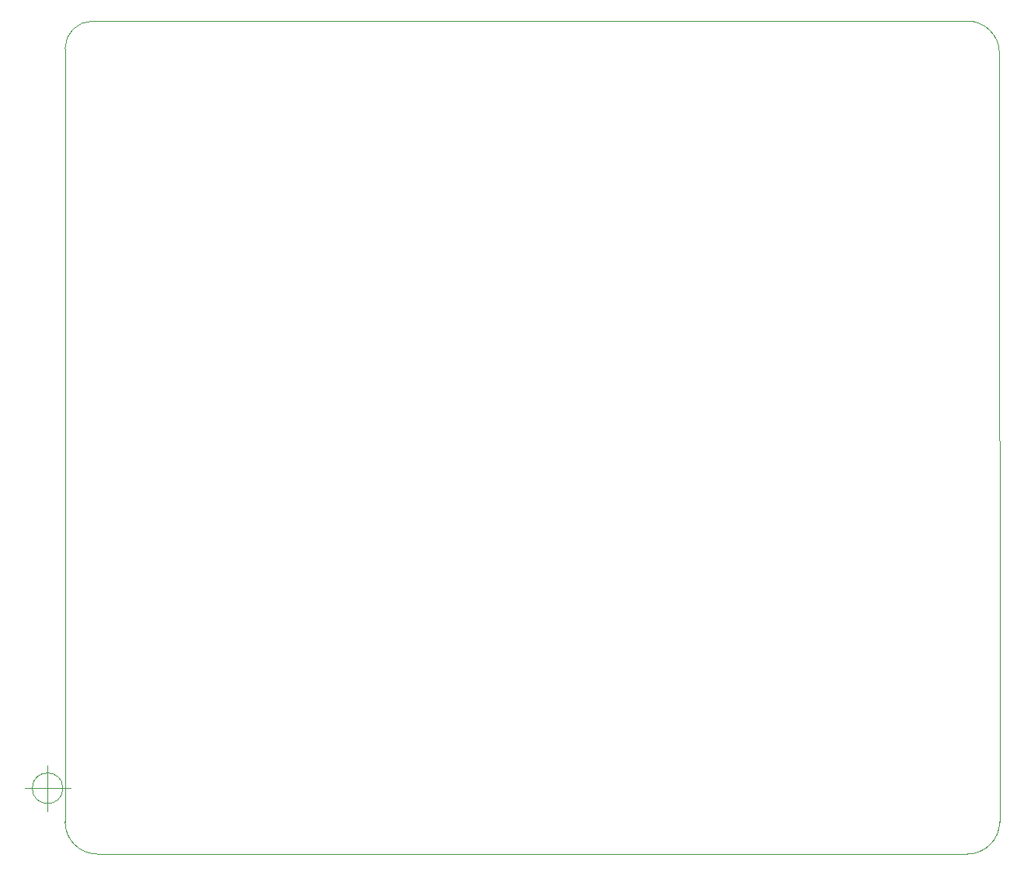
<source format=gbr>
%TF.GenerationSoftware,KiCad,Pcbnew,9.0.1*%
%TF.CreationDate,2025-06-02T23:27:56-04:00*%
%TF.ProjectId,CM5IO,434d3549-4f2e-46b6-9963-61645f706362,rev?*%
%TF.SameCoordinates,Original*%
%TF.FileFunction,Profile,NP*%
%FSLAX46Y46*%
G04 Gerber Fmt 4.6, Leading zero omitted, Abs format (unit mm)*
G04 Created by KiCad (PCBNEW 9.0.1) date 2025-06-02 23:27:56*
%MOMM*%
%LPD*%
G01*
G04 APERTURE LIST*
%TA.AperFunction,Profile*%
%ADD10C,0.050000*%
%TD*%
G04 APERTURE END LIST*
D10*
X243325126Y-156225126D02*
X243300000Y-72400000D01*
X239800000Y-68900075D02*
X144476540Y-68900075D01*
X141474874Y-156225126D02*
X141474874Y-71901700D01*
X144974874Y-159725126D02*
X239825126Y-159725126D01*
X141474874Y-71901700D02*
G75*
G02*
X144476540Y-68900074I3001626J0D01*
G01*
X144974874Y-159725126D02*
G75*
G02*
X141474874Y-156225126I26J3500026D01*
G01*
X239800000Y-68900000D02*
G75*
G02*
X243300000Y-72400000I0J-3500000D01*
G01*
X243325126Y-156225126D02*
G75*
G02*
X239825126Y-159725126I-3500026J26D01*
G01*
X141236666Y-152560000D02*
G75*
G02*
X137903334Y-152560000I-1666666J0D01*
G01*
X137903334Y-152560000D02*
G75*
G02*
X141236666Y-152560000I1666666J0D01*
G01*
X137070000Y-152560000D02*
X142070000Y-152560000D01*
X139570000Y-150060000D02*
X139570000Y-155060000D01*
M02*

</source>
